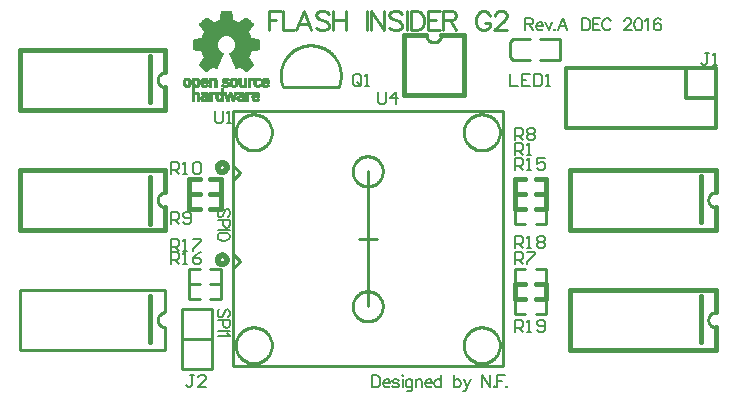
<source format=gto>
*%FSLAX25Y25*%
*%MOIN*%
G01*
%ADD11C,0.00100*%
%ADD12C,0.00700*%
%ADD13C,0.00733*%
%ADD14C,0.01000*%
%ADD15C,0.01200*%
%ADD16C,0.01500*%
%ADD17C,0.02000*%
%ADD18C,0.03000*%
%ADD19C,0.04000*%
%ADD20C,0.04800*%
%ADD21C,0.05000*%
%ADD22C,0.05800*%
%ADD23C,0.07000*%
%ADD24C,0.08000*%
%ADD25C,0.08800*%
%ADD26C,0.12000*%
%ADD27R,0.00967X0.00967*%
%ADD28R,0.01000X0.01000*%
%ADD29R,0.01386X0.01386*%
%ADD30R,0.01500X0.01500*%
%ADD31R,0.02000X0.02000*%
%ADD32R,0.02000X0.02000*%
%ADD33R,0.02500X0.02500*%
%ADD34R,0.02500X0.02500*%
%ADD35R,0.03000X0.03000*%
%ADD36R,0.03000X0.03000*%
%ADD37R,0.03500X0.03500*%
%ADD38R,0.03500X0.03500*%
%ADD39R,0.03800X0.03800*%
%ADD40R,0.04000X0.04000*%
%ADD41R,0.04000X0.04000*%
%ADD42R,0.04500X0.04500*%
%ADD43R,0.05000X0.05000*%
%ADD44R,0.05000X0.06000*%
%ADD45R,0.05000X0.05000*%
%ADD46R,0.05800X0.06800*%
%ADD47R,0.06000X0.05000*%
%ADD48R,0.06000X0.06000*%
%ADD49R,0.06800X0.05800*%
%ADD50R,0.08500X0.08500*%
%ADD51R,0.09000X0.09000*%
%ADD52R,0.10000X0.10000*%
D11*
X939900Y858400D02*
X943200D01*
Y858300D02*
X939900D01*
Y858200D02*
X943200D01*
Y858100D02*
X939900D01*
X939800Y858000D02*
X943300D01*
Y857900D02*
X939800D01*
Y857800D02*
X943300D01*
Y857700D02*
X939800D01*
Y857600D02*
X943300D01*
Y857500D02*
X939800D01*
X939700Y857400D02*
X943400D01*
Y857300D02*
X939700D01*
Y857200D02*
X943400D01*
Y857100D02*
X939700D01*
Y857000D02*
X943400D01*
Y856900D02*
X939700D01*
Y856800D02*
X943400D01*
X943500Y856700D02*
X939600D01*
Y856600D02*
X943500D01*
Y856500D02*
X939600D01*
Y856400D02*
X943500D01*
X943600Y856300D02*
X939500D01*
X935000Y856200D02*
X934600D01*
X939500D02*
X943600D01*
X948100D02*
X948500D01*
X935200Y856100D02*
X934500D01*
X939500D02*
X943600D01*
X947900D02*
X948600D01*
X935400Y856000D02*
X934400D01*
X939500D02*
X943600D01*
X947700D02*
X948700D01*
X935500Y855900D02*
X934300D01*
X939500D02*
X943600D01*
X947600D02*
X948800D01*
X935600Y855800D02*
X934200D01*
X939400D02*
X943700D01*
X947500D02*
X948900D01*
X935800Y855700D02*
X934100D01*
X939400D02*
X943700D01*
X947300D02*
X949000D01*
X935900Y855600D02*
X934000D01*
X939400D02*
X943700D01*
X947200D02*
X949100D01*
X936100Y855500D02*
X933900D01*
X939400D02*
X943700D01*
X947000D02*
X949200D01*
X936200Y855400D02*
X933800D01*
X939200D02*
X943900D01*
X946900D02*
X949300D01*
X936400Y855300D02*
X933700D01*
X939000D02*
X944100D01*
X946700D02*
X949400D01*
X936500Y855200D02*
X933600D01*
X938800D02*
X944300D01*
X946600D02*
X949500D01*
X936600Y855100D02*
X933500D01*
X938500D02*
X944600D01*
X946500D02*
X949600D01*
X936800Y855000D02*
X933400D01*
X938300D02*
X944800D01*
X946300D02*
X949700D01*
X936900Y854900D02*
X933300D01*
X938000D02*
X945100D01*
X946200D02*
X949800D01*
X937100Y854800D02*
X933200D01*
X937800D02*
X945300D01*
X946000D02*
X949900D01*
X937200Y854700D02*
X933100D01*
X937500D02*
X945600D01*
X945900D02*
X950000D01*
X950100Y854600D02*
X933000D01*
X932900Y854500D02*
X950200D01*
X950300Y854400D02*
X932800D01*
X932700Y854300D02*
X950400D01*
X950500Y854200D02*
X932600D01*
Y854100D02*
X950500D01*
Y854000D02*
X932600D01*
X932700Y853900D02*
X950400D01*
X950300Y853800D02*
X932800D01*
Y853700D02*
X950300D01*
X950200Y853600D02*
X932900D01*
X933000Y853500D02*
X950100D01*
Y853400D02*
X933000D01*
X933100Y853300D02*
X950000D01*
X949900Y853200D02*
X933200D01*
Y853100D02*
X949900D01*
X949800Y853000D02*
X933300D01*
X933400Y852900D02*
X949700D01*
Y852800D02*
X933400D01*
X933500Y852700D02*
X949600D01*
X949500Y852600D02*
X933600D01*
X933700Y852500D02*
X949400D01*
Y852400D02*
X933700D01*
X933800Y852300D02*
X949300D01*
X949200Y852100D02*
X933900D01*
X934000Y852000D02*
X949100D01*
X949000Y851900D02*
X934100D01*
Y851800D02*
X949000D01*
X948900Y851700D02*
X934200D01*
X934300Y851600D02*
X948800D01*
X948900Y851500D02*
X934200D01*
Y851400D02*
X948900D01*
X949000Y851300D02*
X934100D01*
Y851200D02*
X949000D01*
X949100Y851100D02*
X934000D01*
Y851000D02*
X949100D01*
Y850900D02*
X934000D01*
X933900Y850800D02*
X949200D01*
Y850700D02*
X933900D01*
X933800Y850600D02*
X949300D01*
Y850500D02*
X933800D01*
Y850400D02*
X949300D01*
X941100Y850300D02*
X933700D01*
X942000D02*
X949400D01*
X940700Y850200D02*
X933700D01*
X942400D02*
X949400D01*
X940400Y850100D02*
X933600D01*
X942700D02*
X949500D01*
X940200Y850000D02*
X933600D01*
X942900D02*
X949500D01*
X939900Y849900D02*
X933500D01*
X943200D02*
X949600D01*
X939800Y849800D02*
X933500D01*
X943300D02*
X949600D01*
X939700Y849700D02*
X933400D01*
X943400D02*
X949700D01*
X939600Y849600D02*
X933400D01*
X943500D02*
X949700D01*
X939500Y849500D02*
X933300D01*
X943600D02*
X949800D01*
X939300Y849400D02*
X932800D01*
X943800D02*
X950300D01*
X939300Y849300D02*
X932200D01*
X943800D02*
X950900D01*
X939200Y849200D02*
X931700D01*
X943900D02*
X951400D01*
X939100Y849100D02*
X931200D01*
X944000D02*
X951900D01*
X939000Y849000D02*
X930800D01*
X944100D02*
X952300D01*
X939000Y848900D02*
X930400D01*
X944100D02*
X952700D01*
X938900Y848800D02*
X930400D01*
X944200D02*
X952700D01*
X938900Y848700D02*
X930400D01*
X944200D02*
X952700D01*
X938800Y848600D02*
X930400D01*
X944300D02*
X952700D01*
X938800Y848500D02*
X930400D01*
X944300D02*
X952700D01*
X938700Y848400D02*
X930400D01*
X944400D02*
X952700D01*
X938700Y848300D02*
X930400D01*
X944400D02*
X952700D01*
X938700Y848200D02*
X930400D01*
X944400D02*
X952700D01*
X938600Y848100D02*
X930400D01*
X944500D02*
X952700D01*
X938600Y848000D02*
X930400D01*
X944500D02*
X952700D01*
X938600Y847900D02*
X930400D01*
X944500D02*
X952700D01*
X938600Y847800D02*
X930400D01*
X944500D02*
X952700D01*
X938600Y847700D02*
X930400D01*
X944500D02*
X952700D01*
X938600Y847600D02*
X930400D01*
X944500D02*
X952700D01*
X938600Y847500D02*
X930400D01*
X944500D02*
X952700D01*
X938600Y847400D02*
X930400D01*
X944500D02*
X952700D01*
X938600Y847300D02*
X930400D01*
X944500D02*
X952700D01*
X938600Y847200D02*
X930400D01*
X944500D02*
X952700D01*
X938600Y847100D02*
X930400D01*
X944500D02*
X952700D01*
X938600Y847000D02*
X930400D01*
X944500D02*
X952700D01*
X938600Y846900D02*
X930400D01*
X944500D02*
X952700D01*
X938600Y846800D02*
X930400D01*
X944500D02*
X952700D01*
X938600Y846700D02*
X930400D01*
X944500D02*
X952700D01*
X938600Y846600D02*
X930400D01*
X944500D02*
X952700D01*
X938600Y846500D02*
X930400D01*
X944500D02*
X952700D01*
X938700Y846400D02*
X930400D01*
X944400D02*
X952700D01*
X938700Y846300D02*
X930400D01*
X944400D02*
X952700D01*
X938700Y846200D02*
X930400D01*
X944400D02*
X952700D01*
X938800Y846100D02*
X930400D01*
X944300D02*
X952700D01*
X938900Y846000D02*
X930400D01*
X944200D02*
X952700D01*
X938900Y845900D02*
X930400D01*
X944200D02*
X952700D01*
X939000Y845800D02*
X930500D01*
X944100D02*
X952600D01*
X939000Y845700D02*
X930800D01*
X944100D02*
X952300D01*
X939100Y845600D02*
X931300D01*
X944000D02*
X951800D01*
X939100Y845500D02*
X931700D01*
X944000D02*
X951400D01*
X939200Y845400D02*
X932200D01*
X943900D02*
X950900D01*
X939300Y845300D02*
X932800D01*
X943800D02*
X950300D01*
X939400Y845200D02*
X933300D01*
X943700D02*
X949800D01*
X939500Y845100D02*
X933300D01*
X943600D02*
X949800D01*
X939600Y845000D02*
X933400D01*
X943500D02*
X949700D01*
X939800Y844900D02*
X933400D01*
X943300D02*
X949700D01*
X939900Y844800D02*
X933400D01*
X943200D02*
X949700D01*
X940000Y844700D02*
X933500D01*
X943100D02*
X949600D01*
X940200Y844600D02*
X933500D01*
X942900D02*
X949600D01*
X940400Y844500D02*
X933600D01*
X942700D02*
X949500D01*
X940400Y844400D02*
X933600D01*
X942700D02*
X949500D01*
X940400Y844300D02*
X933700D01*
X942700D02*
X949400D01*
X940400Y844200D02*
X933700D01*
X942700D02*
X949400D01*
X940400Y844100D02*
X933800D01*
X942700D02*
X949300D01*
X940300Y844000D02*
X933800D01*
X942800D02*
X949300D01*
X940300Y843900D02*
X933800D01*
X942800D02*
X949300D01*
X940200Y843800D02*
X933900D01*
X942900D02*
X949200D01*
X940200Y843700D02*
X933900D01*
X942900D02*
X949200D01*
X940200Y843600D02*
X933900D01*
X942900D02*
X949200D01*
X940100Y843500D02*
X934000D01*
X943000D02*
X949100D01*
X940100Y843400D02*
X934000D01*
X943000D02*
X949100D01*
X940000Y843300D02*
X934100D01*
X943100D02*
X949000D01*
X940000Y843200D02*
X934100D01*
X943100D02*
X949000D01*
X939900Y843100D02*
X934100D01*
X943200D02*
X949000D01*
X939900Y843000D02*
X934200D01*
X943200D02*
X948900D01*
X939800Y842900D02*
X934100D01*
X943300D02*
X949000D01*
X939800Y842800D02*
X934100D01*
X943300D02*
X949000D01*
X939800Y842700D02*
X934000D01*
X943300D02*
X949100D01*
X939700Y842600D02*
X933900D01*
X943400D02*
X949200D01*
X939700Y842500D02*
X933900D01*
X943400D02*
X949200D01*
X939600Y842400D02*
X933800D01*
X943500D02*
X949300D01*
X939600Y842300D02*
X933700D01*
X943500D02*
X949400D01*
X939600Y842200D02*
X933600D01*
X943500D02*
X949500D01*
X939500Y842100D02*
X933600D01*
X943600D02*
X949500D01*
X939500Y842000D02*
X933500D01*
X943600D02*
X949600D01*
X939400Y841900D02*
X933400D01*
X943700D02*
X949700D01*
X939400Y841800D02*
X933400D01*
X943700D02*
X949700D01*
X939300Y841700D02*
X933300D01*
X943800D02*
X949800D01*
X939300Y841600D02*
X933200D01*
X943800D02*
X949900D01*
X939300Y841500D02*
X933200D01*
X943800D02*
X949900D01*
X939200Y841400D02*
X933100D01*
X943900D02*
X950000D01*
X939200Y841300D02*
X933000D01*
X943900D02*
X950100D01*
X939200Y841200D02*
X933000D01*
X943900D02*
X950100D01*
X939100Y841100D02*
X932900D01*
X944000D02*
X950200D01*
X939100Y841000D02*
X932800D01*
X944000D02*
X950300D01*
X939000Y840900D02*
X932800D01*
X944100D02*
X950300D01*
X939000Y840800D02*
X932700D01*
X944100D02*
X950400D01*
X938900Y840700D02*
X932600D01*
X944200D02*
X950500D01*
X938900Y840600D02*
X932600D01*
X944200D02*
X950500D01*
X938900Y840500D02*
X932600D01*
X944200D02*
X950500D01*
X938800Y840400D02*
X932700D01*
X944300D02*
X950400D01*
X938800Y840300D02*
X932800D01*
X944300D02*
X950300D01*
X938700Y840200D02*
X932900D01*
X944400D02*
X950200D01*
X938700Y840100D02*
X933000D01*
X944400D02*
X950100D01*
X938600Y840000D02*
X933100D01*
X944500D02*
X950000D01*
X937100Y839900D02*
X933200D01*
X937200D02*
X938600D01*
X944500D02*
X945900D01*
X946000D02*
X949900D01*
X936900Y839800D02*
X933300D01*
X937400D02*
X938600D01*
X944500D02*
X945700D01*
X946200D02*
X949800D01*
X936800Y839700D02*
X933400D01*
X937700D02*
X938500D01*
X944600D02*
X945400D01*
X946300D02*
X949700D01*
X936600Y839600D02*
X933500D01*
X937800D02*
X938500D01*
X944600D02*
X945300D01*
X946500D02*
X949600D01*
X936500Y839500D02*
X933600D01*
X938000D02*
X938400D01*
X944700D02*
X945100D01*
X946600D02*
X949500D01*
X936300Y839400D02*
X933700D01*
X938200D02*
X938300D01*
X944800D02*
X944900D01*
X946800D02*
X949400D01*
X936200Y839300D02*
X933800D01*
X946900D02*
X949300D01*
X936000Y839200D02*
X933900D01*
X947100D02*
X949200D01*
X935900Y839100D02*
X934000D01*
X947200D02*
X949100D01*
X935800Y839000D02*
X934100D01*
X947300D02*
X949000D01*
X935600Y838900D02*
X934200D01*
X947500D02*
X948900D01*
X935500Y838800D02*
X934300D01*
X947600D02*
X948800D01*
X935300Y838700D02*
X934400D01*
X947800D02*
X948700D01*
X935200Y838600D02*
X934500D01*
X947900D02*
X948600D01*
X935000Y838500D02*
X934600D01*
X948100D02*
X948500D01*
X929000Y836200D02*
X928000D01*
X930200D02*
X930900D01*
X931200D02*
X932100D01*
X933800D02*
X934700D01*
X935900D02*
X936700D01*
X936900D02*
X937800D01*
X940800D02*
X941900D01*
X943600D02*
X944600D01*
X945700D02*
X946500D01*
X947500D02*
X948300D01*
X948800D02*
X949500D01*
X949800D02*
X950600D01*
X951600D02*
X952600D01*
X954100D02*
X955000D01*
X929200Y836100D02*
X927800D01*
X930200D02*
X930900D01*
X931000D02*
X932200D01*
X933600D02*
X934900D01*
X935900D02*
X936700D01*
X936800D02*
X937900D01*
X940600D02*
X942100D01*
X943400D02*
X944800D01*
X945700D02*
X946500D01*
X947500D02*
X948300D01*
X948800D02*
X949500D01*
X949600D02*
X950900D01*
X951400D02*
X952800D01*
X953900D02*
X955200D01*
X929300Y836000D02*
X927700D01*
X930200D02*
X932300D01*
X933500D02*
X935100D01*
X935900D02*
X938100D01*
X940400D02*
X942300D01*
X943300D02*
X944900D01*
X945700D02*
X946500D01*
X947500D02*
X948300D01*
X948800D02*
X950900D01*
X951300D02*
X953000D01*
X953800D02*
X955400D01*
X929400Y835900D02*
X927600D01*
X930200D02*
X932400D01*
X933400D02*
X935200D01*
X935900D02*
X938200D01*
X940300D02*
X942500D01*
X943200D02*
X945000D01*
X945700D02*
X946500D01*
X947500D02*
X948300D01*
X948800D02*
X950900D01*
X951200D02*
X953100D01*
X953700D02*
X955500D01*
X929500Y835800D02*
X927500D01*
X930200D02*
X932500D01*
X933300D02*
X935300D01*
X935900D02*
X938300D01*
X940300D02*
X942500D01*
X943100D02*
X945100D01*
X945700D02*
X946500D01*
X947500D02*
X948300D01*
X948800D02*
X950800D01*
X951100D02*
X953200D01*
X953600D02*
X955600D01*
X929600Y835700D02*
X927400D01*
X930200D02*
X932600D01*
X933200D02*
X935300D01*
X935900D02*
X938300D01*
X940200D02*
X942500D01*
X943000D02*
X945200D01*
X945700D02*
X946500D01*
X947500D02*
X948300D01*
X948800D02*
X950700D01*
X951000D02*
X953300D01*
X953500D02*
X955700D01*
X929700Y835600D02*
X927400D01*
X930200D02*
X932600D01*
X933200D02*
X935400D01*
X935900D02*
X938400D01*
X940100D02*
X942400D01*
X942900D02*
X945200D01*
X945700D02*
X946500D01*
X947500D02*
X948300D01*
X948800D02*
X950600D01*
X950900D02*
X953300D01*
X953500D02*
X955700D01*
X928400Y835500D02*
X927300D01*
X928700D02*
X929700D01*
X930200D02*
X931200D01*
X931700D02*
X932700D01*
X933100D02*
X934000D01*
X934500D02*
X935500D01*
X935900D02*
X937000D01*
X937400D02*
X938400D01*
X940100D02*
X941000D01*
X941700D02*
X942300D01*
X942900D02*
X943900D01*
X944200D02*
X945300D01*
X945700D02*
X946500D01*
X947500D02*
X948300D01*
X948800D02*
X949800D01*
X950200D02*
X950600D01*
X950900D02*
X951900D01*
X952400D02*
X953100D01*
X953400D02*
X954300D01*
X954800D02*
X955800D01*
X928200Y835400D02*
X927300D01*
X928900D02*
X929700D01*
X930200D02*
X931100D01*
X931800D02*
X932700D01*
X933100D02*
X933900D01*
X934600D02*
X935500D01*
X935900D02*
X936800D01*
X937500D02*
X938400D01*
X940100D02*
X940900D01*
X941900D02*
X942200D01*
X942800D02*
X943700D01*
X944400D02*
X945300D01*
X945700D02*
X946500D01*
X947500D02*
X948300D01*
X948800D02*
X949700D01*
X950800D02*
X951700D01*
X952500D02*
X953000D01*
X953400D02*
X954200D01*
X955000D02*
X955800D01*
X928100Y835300D02*
X927300D01*
X929000D02*
X929800D01*
X930200D02*
X931000D01*
X931900D02*
X932700D01*
X933000D02*
X933800D01*
X934700D02*
X935500D01*
X935900D02*
X936800D01*
X937600D02*
X938500D01*
X940100D02*
X940900D01*
X942000D02*
X942100D01*
X942800D02*
X943700D01*
X944500D02*
X945300D01*
X945700D02*
X946500D01*
X947500D02*
X948300D01*
X948800D02*
X949600D01*
X950800D02*
X951600D01*
X952600D02*
X952900D01*
X953400D02*
X954100D01*
X955000D02*
X955800D01*
X928000Y835200D02*
X927300D01*
X929000D02*
X929800D01*
X930200D02*
X931000D01*
X931900D02*
X932700D01*
X933000D02*
X933800D01*
X934800D02*
X935600D01*
X935900D02*
X936700D01*
X937600D02*
X938500D01*
X940100D02*
X940900D01*
X942800D02*
X943600D01*
X944600D02*
X945400D01*
X945700D02*
X946500D01*
X947500D02*
X948300D01*
X948800D02*
X949600D01*
X950800D02*
X951600D01*
X953300D02*
X954100D01*
X955100D02*
X955800D01*
X928000Y835100D02*
X927300D01*
X929000D02*
X929800D01*
X930200D02*
X931000D01*
X931900D02*
X932700D01*
X933000D02*
X933700D01*
X934800D02*
X935600D01*
X935900D02*
X936700D01*
X937700D02*
X938500D01*
X940100D02*
X941100D01*
X942800D02*
X943600D01*
X944600D02*
X945400D01*
X945700D02*
X946500D01*
X947500D02*
X948300D01*
X948800D02*
X949600D01*
X950700D02*
X951500D01*
X953300D02*
X954100D01*
X955100D02*
X955800D01*
X928000Y835000D02*
X927300D01*
X929000D02*
X929800D01*
X930200D02*
X930900D01*
X932000D02*
X932700D01*
X933000D02*
X935600D01*
X935900D02*
X936700D01*
X937700D02*
X938500D01*
X940200D02*
X941900D01*
X942800D02*
X943600D01*
X944600D02*
X945400D01*
X945700D02*
X946500D01*
X947500D02*
X948300D01*
X948800D02*
X949500D01*
X950700D02*
X951500D01*
X953300D02*
X955800D01*
X928000Y834900D02*
X927300D01*
X929000D02*
X929800D01*
X930200D02*
X930900D01*
X932000D02*
X932700D01*
X933000D02*
X935600D01*
X935900D02*
X936700D01*
X937700D02*
X938500D01*
X940200D02*
X942200D01*
X942800D02*
X943600D01*
X944600D02*
X945400D01*
X945700D02*
X946500D01*
X947500D02*
X948300D01*
X948800D02*
X949500D01*
X950700D02*
X951500D01*
X953300D02*
X955800D01*
X928000Y834800D02*
X927300D01*
X929000D02*
X929800D01*
X930200D02*
X930900D01*
X932000D02*
X932700D01*
X933000D02*
X935600D01*
X935900D02*
X936700D01*
X937700D02*
X938500D01*
X940300D02*
X942300D01*
X942800D02*
X943500D01*
X944600D02*
X945400D01*
X945700D02*
X946500D01*
X947500D02*
X948300D01*
X948800D02*
X949500D01*
X950700D02*
X951500D01*
X953300D02*
X955800D01*
X928000Y834700D02*
X927300D01*
X929100D02*
X929800D01*
X930200D02*
X930900D01*
X932000D02*
X932700D01*
X933000D02*
X935600D01*
X935900D02*
X936700D01*
X937700D02*
X938500D01*
X940300D02*
X942400D01*
X942800D02*
X943500D01*
X944600D02*
X945400D01*
X945700D02*
X946500D01*
X947500D02*
X948300D01*
X948800D02*
X949500D01*
X950700D02*
X951500D01*
X953300D02*
X955800D01*
X928000Y834600D02*
X927300D01*
X929000D02*
X929800D01*
X930200D02*
X930900D01*
X932000D02*
X932700D01*
X933000D02*
X935600D01*
X935900D02*
X936700D01*
X937700D02*
X938500D01*
X940400D02*
X942500D01*
X942800D02*
X943500D01*
X944600D02*
X945400D01*
X945700D02*
X946500D01*
X947500D02*
X948300D01*
X948800D02*
X949500D01*
X950700D02*
X951500D01*
X953300D02*
X955800D01*
X928000Y834500D02*
X927300D01*
X929000D02*
X929800D01*
X930200D02*
X930900D01*
X932000D02*
X932700D01*
X933000D02*
X935600D01*
X935900D02*
X936700D01*
X937700D02*
X938500D01*
X940600D02*
X942500D01*
X942800D02*
X943500D01*
X944600D02*
X945400D01*
X945700D02*
X946500D01*
X947500D02*
X948300D01*
X948800D02*
X949500D01*
X950700D02*
X951500D01*
X953300D02*
X955800D01*
X928000Y834400D02*
X927300D01*
X929000D02*
X929800D01*
X930200D02*
X930900D01*
X932000D02*
X932700D01*
X933000D02*
X935600D01*
X935900D02*
X936700D01*
X937700D02*
X938500D01*
X940800D02*
X942600D01*
X942800D02*
X943600D01*
X944600D02*
X945400D01*
X945700D02*
X946500D01*
X947500D02*
X948300D01*
X948800D02*
X949500D01*
X950700D02*
X951500D01*
X953300D02*
X955800D01*
X928000Y834300D02*
X927300D01*
X929000D02*
X929800D01*
X930200D02*
X930900D01*
X931900D02*
X932700D01*
X933000D02*
X933700D01*
X935900D02*
X936700D01*
X937700D02*
X938500D01*
X941700D02*
X942600D01*
X942800D02*
X943600D01*
X944600D02*
X945400D01*
X945700D02*
X946500D01*
X947500D02*
X948300D01*
X948800D02*
X949500D01*
X950700D02*
X951500D01*
X953300D02*
X954100D01*
X928000Y834200D02*
X927300D01*
X929000D02*
X929800D01*
X930200D02*
X931000D01*
X931900D02*
X932700D01*
X933000D02*
X933800D01*
X935900D02*
X936700D01*
X937700D02*
X938500D01*
X941800D02*
X942600D01*
X942800D02*
X943600D01*
X944600D02*
X945400D01*
X945700D02*
X946500D01*
X947500D02*
X948300D01*
X948800D02*
X949500D01*
X950700D02*
X951600D01*
X953300D02*
X954100D01*
X928100Y834100D02*
X927300D01*
X929000D02*
X929800D01*
X930200D02*
X931000D01*
X931900D02*
X932700D01*
X933000D02*
X933800D01*
X935900D02*
X936700D01*
X937700D02*
X938500D01*
X940300D02*
X940500D01*
X941800D02*
X942600D01*
X942800D02*
X943600D01*
X944500D02*
X945300D01*
X945700D02*
X946600D01*
X947500D02*
X948300D01*
X948800D02*
X949500D01*
X950800D02*
X951600D01*
X952700D02*
X952800D01*
X953400D02*
X954100D01*
X928100Y834000D02*
X927300D01*
X928900D02*
X929700D01*
X930200D02*
X931100D01*
X931800D02*
X932700D01*
X933100D02*
X933900D01*
X934900D02*
X935100D01*
X935900D02*
X936700D01*
X937700D02*
X938500D01*
X940200D02*
X940600D01*
X941800D02*
X942600D01*
X942800D02*
X943700D01*
X944500D02*
X945300D01*
X945700D02*
X946600D01*
X947400D02*
X948300D01*
X948800D02*
X949500D01*
X950800D02*
X951700D01*
X952600D02*
X952900D01*
X953400D02*
X954200D01*
X955200D02*
X955400D01*
X928300Y833900D02*
X927300D01*
X928800D02*
X929700D01*
X930200D02*
X931200D01*
X931700D02*
X932700D01*
X933100D02*
X934000D01*
X934700D02*
X935200D01*
X935900D02*
X936700D01*
X937700D02*
X938500D01*
X940100D02*
X940800D01*
X941700D02*
X942600D01*
X942900D02*
X943800D01*
X944300D02*
X945300D01*
X945800D02*
X946800D01*
X947300D02*
X948300D01*
X948800D02*
X949500D01*
X950800D02*
X951800D01*
X952400D02*
X953000D01*
X953400D02*
X954300D01*
X955000D02*
X955500D01*
X929700Y833800D02*
X927300D01*
X930200D02*
X932700D01*
X933100D02*
X935400D01*
X935900D02*
X936700D01*
X937700D02*
X938500D01*
X939900D02*
X942600D01*
X942900D02*
X945200D01*
X945800D02*
X948300D01*
X948800D02*
X949500D01*
X950900D02*
X953200D01*
X953400D02*
X955700D01*
X929700Y833700D02*
X927400D01*
X930200D02*
X932600D01*
X933200D02*
X935500D01*
X935900D02*
X936700D01*
X937700D02*
X938500D01*
X939900D02*
X942500D01*
X943000D02*
X945200D01*
X945800D02*
X948300D01*
X948800D02*
X949500D01*
X951000D02*
X953300D01*
X953500D02*
X955800D01*
X929600Y833600D02*
X927500D01*
X930200D02*
X932600D01*
X933200D02*
X935500D01*
X935900D02*
X936700D01*
X937700D02*
X938500D01*
X939900D02*
X942500D01*
X943000D02*
X945100D01*
X945900D02*
X948300D01*
X948800D02*
X949500D01*
X951000D02*
X953300D01*
X953500D02*
X955800D01*
X929500Y833500D02*
X927500D01*
X930200D02*
X932500D01*
X933300D02*
X935400D01*
X935900D02*
X936700D01*
X937700D02*
X938500D01*
X940100D02*
X942400D01*
X943100D02*
X945100D01*
X946000D02*
X948300D01*
X948800D02*
X949500D01*
X951100D02*
X953100D01*
X953600D02*
X955800D01*
X929400Y833400D02*
X927600D01*
X930200D02*
X932400D01*
X933400D02*
X935300D01*
X935900D02*
X936700D01*
X937700D02*
X938500D01*
X940200D02*
X942300D01*
X943200D02*
X945000D01*
X946100D02*
X948300D01*
X948800D02*
X949500D01*
X951200D02*
X953000D01*
X953700D02*
X955600D01*
X929300Y833300D02*
X927800D01*
X930200D02*
X930900D01*
X931000D02*
X932300D01*
X933500D02*
X935200D01*
X935900D02*
X936700D01*
X937700D02*
X938500D01*
X940400D02*
X942200D01*
X943300D02*
X944800D01*
X946200D02*
X948300D01*
X948800D02*
X949500D01*
X951300D02*
X952900D01*
X953800D02*
X955500D01*
X929100Y833200D02*
X927900D01*
X930200D02*
X930900D01*
X931100D02*
X932100D01*
X933700D02*
X935000D01*
X935900D02*
X936700D01*
X937700D02*
X938500D01*
X940600D02*
X942000D01*
X943500D02*
X944700D01*
X946300D02*
X947300D01*
X947500D02*
X948300D01*
X948800D02*
X949500D01*
X951500D02*
X952700D01*
X954000D02*
X955300D01*
X928700Y833100D02*
X928400D01*
X930200D02*
X930900D01*
X931500D02*
X931800D01*
X934100D02*
X934500D01*
X941100D02*
X941400D01*
X943900D02*
X944200D01*
X946700D02*
X947000D01*
X952000D02*
X952300D01*
X954400D02*
X954800D01*
X930900Y833000D02*
X930200D01*
Y832900D02*
X930900D01*
Y832800D02*
X930200D01*
Y832700D02*
X930900D01*
X939800D02*
X940600D01*
X930900Y832600D02*
X930200D01*
X939800D02*
X940600D01*
X930900Y832500D02*
X930200D01*
X939800D02*
X940600D01*
X930900Y832400D02*
X930200D01*
X939800D02*
X940600D01*
X930900Y832300D02*
X930200D01*
X939800D02*
X940600D01*
X930900Y832200D02*
X930200D01*
X939800D02*
X940600D01*
X930900Y832100D02*
X930200D01*
X939800D02*
X940600D01*
X930900Y832000D02*
X930200D01*
X939800D02*
X940600D01*
X930900Y831900D02*
X930200D01*
X939800D02*
X940600D01*
X930900Y831800D02*
X930200D01*
X939800D02*
X940600D01*
X930900Y831700D02*
X930200D01*
X939800D02*
X940600D01*
X930900Y831600D02*
X930200D01*
X939800D02*
X940600D01*
X930900Y831500D02*
X930200D01*
X931200D02*
X932000D01*
X933700D02*
X934800D01*
X936000D02*
X936800D01*
X937100D02*
X937900D01*
X938700D02*
X939500D01*
X939800D02*
X940600D01*
X940700D02*
X941500D01*
X942600D02*
X943200D01*
X944300D02*
X945100D01*
X945700D02*
X946800D01*
X948000D02*
X948800D01*
X949100D02*
X949900D01*
X950900D02*
X951800D01*
X930900Y831400D02*
X930200D01*
X931000D02*
X932200D01*
X933500D02*
X935100D01*
X936000D02*
X936800D01*
X936900D02*
X938100D01*
X938500D02*
X939700D01*
X939800D02*
X940600D01*
X940800D02*
X941600D01*
X942600D02*
X943200D01*
X944300D02*
X945100D01*
X945500D02*
X947100D01*
X948000D02*
X948800D01*
X948900D02*
X950100D01*
X950700D02*
X952000D01*
X932300Y831300D02*
X930200D01*
X933300D02*
X935200D01*
X936000D02*
X938200D01*
X938400D02*
X940600D01*
X940800D02*
X941600D01*
X942600D02*
X943300D01*
X944200D02*
X945100D01*
X945300D02*
X947200D01*
X948000D02*
X950200D01*
X950600D02*
X952200D01*
X932500Y831200D02*
X930200D01*
X933200D02*
X935300D01*
X936000D02*
X938200D01*
X938300D02*
X940600D01*
X940800D02*
X941600D01*
X942500D02*
X943300D01*
X944200D02*
X945000D01*
X945200D02*
X947300D01*
X948000D02*
X950200D01*
X950500D02*
X952300D01*
X932500Y831100D02*
X930200D01*
X933200D02*
X935400D01*
X936000D02*
X938100D01*
X938200D02*
X940600D01*
X940900D02*
X941600D01*
X942500D02*
X943400D01*
X944200D02*
X945000D01*
X945100D02*
X947400D01*
X948000D02*
X950100D01*
X950400D02*
X952400D01*
X932600Y831000D02*
X930200D01*
X933200D02*
X935400D01*
X936000D02*
X938000D01*
X938200D02*
X940600D01*
X940900D02*
X941600D01*
X942500D02*
X943400D01*
X944200D02*
X945000D01*
X945200D02*
X947500D01*
X948000D02*
X950000D01*
X950300D02*
X952400D01*
X932600Y830900D02*
X930200D01*
X933300D02*
X935500D01*
X936000D02*
X937900D01*
X938100D02*
X940600D01*
X940900D02*
X941700D01*
X942400D02*
X943400D01*
X944100D02*
X944900D01*
X945300D02*
X947500D01*
X948000D02*
X949900D01*
X950300D02*
X952500D01*
X931400Y830800D02*
X930200D01*
X931500D02*
X932700D01*
X933400D02*
X933900D01*
X934600D02*
X935500D01*
X936000D02*
X937200D01*
X937300D02*
X937800D01*
X938100D02*
X939200D01*
X939400D02*
X940600D01*
X940900D02*
X941700D01*
X942400D02*
X943400D01*
X944100D02*
X944900D01*
X945400D02*
X945900D01*
X946600D02*
X947500D01*
X948000D02*
X949200D01*
X949300D02*
X949800D01*
X950200D02*
X951100D01*
X951600D02*
X952600D01*
X931100Y830700D02*
X930200D01*
X931800D02*
X932700D01*
X933500D02*
X933800D01*
X934700D02*
X935500D01*
X936000D02*
X936900D01*
X938100D02*
X939000D01*
X939700D02*
X940600D01*
X941000D02*
X941700D01*
X942300D02*
X943400D01*
X944100D02*
X944900D01*
X945600D02*
X945800D01*
X946800D02*
X947500D01*
X948000D02*
X949000D01*
X950100D02*
X951000D01*
X951700D02*
X952600D01*
X931000Y830600D02*
X930200D01*
X931900D02*
X932700D01*
X934800D02*
X935500D01*
X936000D02*
X936900D01*
X938100D02*
X938900D01*
X939700D02*
X940600D01*
X941000D02*
X941800D01*
X942300D02*
X943500D01*
X944100D02*
X944800D01*
X946800D02*
X947500D01*
X948000D02*
X948900D01*
X950100D02*
X950900D01*
X951800D02*
X952600D01*
X931000Y830500D02*
X930200D01*
X931900D02*
X932700D01*
X934800D02*
X935500D01*
X936000D02*
X936800D01*
X938100D02*
X938900D01*
X939700D02*
X940600D01*
X941000D02*
X941800D01*
X942300D02*
X943500D01*
X944000D02*
X944800D01*
X946800D02*
X947500D01*
X948000D02*
X948800D01*
X950100D02*
X950900D01*
X951800D02*
X952700D01*
X930900Y830400D02*
X930200D01*
X932000D02*
X932700D01*
X934800D02*
X935500D01*
X936000D02*
X936800D01*
X938000D02*
X938800D01*
X939800D02*
X940600D01*
X941100D02*
X941800D01*
X942300D02*
X943600D01*
X944000D02*
X944800D01*
X946800D02*
X947500D01*
X948000D02*
X948800D01*
X950100D02*
X950800D01*
X951900D02*
X952700D01*
X930900Y830300D02*
X930200D01*
X932000D02*
X932700D01*
X933700D02*
X935500D01*
X936000D02*
X936800D01*
X938000D02*
X938800D01*
X939800D02*
X940600D01*
X941100D02*
X941800D01*
X942200D02*
X943600D01*
X944000D02*
X944700D01*
X945800D02*
X947500D01*
X948000D02*
X948800D01*
X950100D02*
X952700D01*
X930900Y830200D02*
X930200D01*
X932000D02*
X932700D01*
X933500D02*
X935500D01*
X936000D02*
X936800D01*
X938000D02*
X938800D01*
X939800D02*
X940600D01*
X941100D02*
X941900D01*
X942200D02*
X943600D01*
X943900D02*
X944700D01*
X945500D02*
X947500D01*
X948000D02*
X948800D01*
X950000D02*
X952700D01*
X930900Y830100D02*
X930200D01*
X932000D02*
X932700D01*
X933300D02*
X935500D01*
X936000D02*
X936800D01*
X938000D02*
X938800D01*
X939800D02*
X940600D01*
X941100D02*
X941900D01*
X942200D02*
X942800D01*
X943000D02*
X943700D01*
X943900D02*
X944700D01*
X945300D02*
X947500D01*
X948000D02*
X948800D01*
X950000D02*
X952700D01*
X930900Y830000D02*
X930200D01*
X932000D02*
X932700D01*
X933200D02*
X935500D01*
X936000D02*
X936800D01*
X938000D02*
X938800D01*
X939800D02*
X940600D01*
X941200D02*
X941900D01*
X942100D02*
X942800D01*
X943000D02*
X943700D01*
X943900D02*
X944600D01*
X945200D02*
X947500D01*
X948000D02*
X948800D01*
X950000D02*
X952700D01*
X930900Y829900D02*
X930200D01*
X932000D02*
X932700D01*
X933200D02*
X935500D01*
X936000D02*
X936800D01*
X938000D02*
X938800D01*
X939800D02*
X940600D01*
X941200D02*
X942000D01*
X942100D02*
X942800D01*
X943000D02*
X943700D01*
X943900D02*
X944600D01*
X945200D02*
X947500D01*
X948000D02*
X948800D01*
X950000D02*
X952700D01*
X930900Y829800D02*
X930200D01*
X932000D02*
X932700D01*
X933100D02*
X935500D01*
X936000D02*
X936800D01*
X938000D02*
X938800D01*
X939800D02*
X940600D01*
X941200D02*
X942000D01*
X942100D02*
X942800D01*
X943100D02*
X943800D01*
X943900D02*
X944600D01*
X945100D02*
X947500D01*
X948000D02*
X948800D01*
X950000D02*
X952700D01*
X930900Y829700D02*
X930200D01*
X932000D02*
X932700D01*
X933000D02*
X935500D01*
X936000D02*
X936800D01*
X938000D02*
X938800D01*
X939800D02*
X940600D01*
X941300D02*
X942000D01*
X942100D02*
X942700D01*
X943100D02*
X944500D01*
X945000D02*
X947500D01*
X948000D02*
X948800D01*
X950000D02*
X952700D01*
X930900Y829600D02*
X930200D01*
X932000D02*
X932700D01*
X933000D02*
X933800D01*
X934800D02*
X935500D01*
X936000D02*
X936800D01*
X938000D02*
X938800D01*
X939800D02*
X940600D01*
X941300D02*
X942700D01*
X943100D02*
X944500D01*
X945000D02*
X945800D01*
X946800D02*
X947500D01*
X948000D02*
X948800D01*
X950100D02*
X950800D01*
X930900Y829500D02*
X930200D01*
X932000D02*
X932700D01*
X933000D02*
X933700D01*
X934800D02*
X935500D01*
X936000D02*
X936800D01*
X938100D02*
X938800D01*
X939800D02*
X940600D01*
X941400D02*
X942700D01*
X943200D02*
X944500D01*
X945000D02*
X945700D01*
X946800D02*
X947500D01*
X948000D02*
X948800D01*
X950100D02*
X950900D01*
X930900Y829400D02*
X930200D01*
X932000D02*
X932700D01*
X933000D02*
X933700D01*
X934700D02*
X935500D01*
X936000D02*
X936800D01*
X938100D02*
X938900D01*
X939700D02*
X940600D01*
X941400D02*
X942700D01*
X943200D02*
X944500D01*
X945000D02*
X945700D01*
X946800D02*
X947500D01*
X948000D02*
X948800D01*
X950100D02*
X950900D01*
X930900Y829300D02*
X930200D01*
X932000D02*
X932700D01*
X933000D02*
X933700D01*
X934700D02*
X935500D01*
X936000D02*
X936800D01*
X938100D02*
X938900D01*
X939700D02*
X940600D01*
X941400D02*
X942600D01*
X943200D02*
X944400D01*
X945000D02*
X945700D01*
X946800D02*
X947500D01*
X948000D02*
X948800D01*
X950100D02*
X950900D01*
X951900D02*
X952200D01*
X930900Y829200D02*
X930200D01*
X932000D02*
X932700D01*
X933000D02*
X933800D01*
X934700D02*
X935500D01*
X936000D02*
X936800D01*
X938100D02*
X939000D01*
X939600D02*
X940600D01*
X941500D02*
X942600D01*
X943300D02*
X944400D01*
X945000D02*
X945800D01*
X946700D02*
X947500D01*
X948000D02*
X948800D01*
X950200D02*
X951000D01*
X951800D02*
X952300D01*
X930900Y829100D02*
X930200D01*
X932000D02*
X932700D01*
X933000D02*
X935500D01*
X936000D02*
X936800D01*
X938100D02*
X940600D01*
X941500D02*
X942600D01*
X943300D02*
X944400D01*
X945000D02*
X947500D01*
X948000D02*
X948800D01*
X950200D02*
X952400D01*
X930900Y829000D02*
X930200D01*
X932000D02*
X932700D01*
X933100D02*
X935500D01*
X936000D02*
X936800D01*
X938100D02*
X940600D01*
X941500D02*
X942500D01*
X943300D02*
X944300D01*
X945000D02*
X947500D01*
X948000D02*
X948800D01*
X950300D02*
X952600D01*
X930900Y828900D02*
X930200D01*
X932000D02*
X932700D01*
X933100D02*
X935500D01*
X936000D02*
X936800D01*
X938200D02*
X940600D01*
X941500D02*
X942500D01*
X943300D02*
X944300D01*
X945100D02*
X947500D01*
X948000D02*
X948800D01*
X950300D02*
X952600D01*
X930900Y828800D02*
X930200D01*
X932000D02*
X932700D01*
X933200D02*
X935500D01*
X936000D02*
X936800D01*
X938300D02*
X940600D01*
X941600D02*
X942500D01*
X943300D02*
X944300D01*
X945100D02*
X947500D01*
X948000D02*
X948800D01*
X950400D02*
X952500D01*
X930900Y828700D02*
X930200D01*
X932000D02*
X932700D01*
X933200D02*
X935500D01*
X936000D02*
X936800D01*
X938400D02*
X940600D01*
X941600D02*
X942400D01*
X943400D02*
X944200D01*
X945200D02*
X947500D01*
X948000D02*
X948800D01*
X950500D02*
X952400D01*
X930900Y828600D02*
X930200D01*
X932000D02*
X932700D01*
X933300D02*
X935500D01*
X936000D02*
X936800D01*
X938400D02*
X940600D01*
X941600D02*
X942400D01*
X943400D02*
X944200D01*
X945400D02*
X947500D01*
X948000D02*
X948800D01*
X950600D02*
X952300D01*
X930900Y828500D02*
X930200D01*
X932000D02*
X932700D01*
X933500D02*
X934700D01*
X934800D02*
X935500D01*
X936000D02*
X936800D01*
X938600D02*
X939600D01*
X939800D02*
X940600D01*
X941700D02*
X942400D01*
X943400D02*
X944200D01*
X945500D02*
X946700D01*
X946800D02*
X947500D01*
X948000D02*
X948800D01*
X950800D02*
X952100D01*
X949200Y852200D02*
X933900D01*
D12*
X937800Y824999D02*
Y821667D01*
X938467Y821000D01*
X939799D01*
X940466Y821667D01*
Y824999D01*
X941799Y821000D02*
X943132D01*
X942465D01*
Y824999D01*
X942466D01*
X942465D02*
X941799Y824332D01*
X1037800Y755499D02*
Y751500D01*
Y755499D02*
X1039799D01*
X1040466Y754832D01*
Y753499D01*
X1039799Y752833D01*
X1037800D01*
X1039133D02*
X1040466Y751500D01*
X1041799D02*
X1043132D01*
X1042465D01*
Y755499D01*
X1042466D01*
X1042465D02*
X1041799Y754832D01*
X1045131Y752166D02*
X1045797Y751500D01*
X1047130D01*
X1047797Y752166D01*
Y754832D01*
X1047130Y755499D01*
X1045797D01*
X1045131Y754832D01*
Y754166D01*
X1045797Y753499D01*
X1047797D01*
X1037800Y779500D02*
Y783499D01*
X1039799D01*
X1040466Y782832D01*
Y781499D01*
X1039799Y780833D01*
X1037800D01*
X1039133D02*
X1040466Y779500D01*
X1041799D02*
X1043132D01*
X1042465D01*
Y783499D01*
X1042466D01*
X1042465D02*
X1041799Y782832D01*
X1045131D02*
X1045797Y783499D01*
X1047130D01*
X1047797Y782832D01*
Y782166D01*
X1047130Y781499D01*
X1047797Y780833D01*
Y780166D01*
X1047130Y779500D01*
X1045797D01*
X1045131Y780166D01*
Y780833D01*
X1045797Y781499D01*
X1045131Y782166D01*
Y782832D01*
X1045797Y781499D02*
X1047130D01*
X923300Y782499D02*
Y778500D01*
Y782499D02*
X925299D01*
X925966Y781832D01*
Y780499D01*
X925299Y779833D01*
X923300D01*
X924633D02*
X925966Y778500D01*
X927299D02*
X928632D01*
X927965D01*
Y782499D01*
X927966D01*
X927965D02*
X927299Y781832D01*
X930631Y782499D02*
X933297D01*
Y781832D01*
X930631Y779166D01*
Y778500D01*
X923300Y777999D02*
Y774000D01*
Y777999D02*
X925299D01*
X925966Y777332D01*
Y775999D01*
X925299Y775333D01*
X923300D01*
X924633D02*
X925966Y774000D01*
X927299D02*
X928632D01*
X927965D01*
Y777999D01*
X927966D01*
X927965D02*
X927299Y777332D01*
X931964D02*
X933297Y777999D01*
X931964Y777332D02*
X930631Y775999D01*
Y774666D01*
X931297Y774000D01*
X932630D01*
X933297Y774666D01*
Y775333D01*
X932630Y775999D01*
X930631D01*
X1037800Y805500D02*
Y809499D01*
X1039799D01*
X1040466Y808832D01*
Y807499D01*
X1039799Y806833D01*
X1037800D01*
X1039133D02*
X1040466Y805500D01*
X1041799D02*
X1043132D01*
X1042465D01*
Y809499D01*
X1042466D01*
X1042465D02*
X1041799Y808832D01*
X1045131Y809499D02*
X1047797D01*
X1045131D02*
Y807499D01*
X1046464Y808166D01*
X1047130D01*
X1047797Y807499D01*
Y806166D01*
X1047130Y805500D01*
X1045797D01*
X1045131Y806166D01*
X1036300Y833500D02*
Y837499D01*
Y833500D02*
X1038966D01*
X1040299Y837499D02*
X1042964D01*
X1040299D02*
Y833500D01*
X1042964D01*
X1041632Y835499D02*
X1040299D01*
X1044297Y833500D02*
Y837499D01*
Y833500D02*
X1046297D01*
X1046963Y834167D01*
Y836832D01*
X1046297Y837499D01*
X1044297D01*
X1048296Y833500D02*
X1049629D01*
X1048963D01*
Y837499D01*
X1048964D01*
X1048963D02*
X1048296Y836832D01*
X1037800Y814499D02*
Y810500D01*
Y814499D02*
X1039799D01*
X1040466Y813832D01*
Y812499D01*
X1039799Y811833D01*
X1037800D01*
X1039133D02*
X1040466Y810500D01*
X1041799D02*
X1043132D01*
X1042465D01*
Y814499D01*
X1042466D01*
X1042465D02*
X1041799Y813832D01*
X1037800Y777999D02*
Y774000D01*
Y777999D02*
X1039799D01*
X1040466Y777332D01*
Y775999D01*
X1039799Y775333D01*
X1037800D01*
X1039133D02*
X1040466Y774000D01*
X1041799Y777999D02*
X1044464D01*
Y777332D01*
X1041799Y774666D01*
Y774000D01*
X1037800Y815500D02*
Y819499D01*
X1039799D01*
X1040466Y818832D01*
Y817499D01*
X1039799Y816833D01*
X1037800D01*
X1039133D02*
X1040466Y815500D01*
X1041799Y818832D02*
X1042465Y819499D01*
X1043798D01*
X1044464Y818832D01*
Y818166D01*
X1043798Y817499D01*
X1044464Y816833D01*
Y816166D01*
X1043798Y815500D01*
X1042465D01*
X1041799Y816166D01*
Y816833D01*
X1042465Y817499D01*
X1041799Y818166D01*
Y818832D01*
X1042465Y817499D02*
X1043798D01*
X923300Y791499D02*
Y787500D01*
Y791499D02*
X925299D01*
X925966Y790832D01*
Y789499D01*
X925299Y788833D01*
X923300D01*
X924633D02*
X925966Y787500D01*
X927299Y788166D02*
X927965Y787500D01*
X929298D01*
X929964Y788166D01*
Y790832D01*
X929298Y791499D01*
X927965D01*
X927299Y790832D01*
Y790166D01*
X927965Y789499D01*
X929964D01*
X923300Y804000D02*
Y807999D01*
X925299D01*
X925966Y807332D01*
Y805999D01*
X925299Y805333D01*
X923300D01*
X924633D02*
X925966Y804000D01*
X927299D02*
X928632D01*
X927965D01*
Y807999D01*
X927966D01*
X927965D02*
X927299Y807332D01*
X930631D02*
X931297Y807999D01*
X932630D01*
X933297Y807332D01*
Y804666D01*
X932630Y804000D01*
X931297D01*
X930631Y804666D01*
Y807332D01*
X992300Y828167D02*
Y831499D01*
Y828167D02*
X992967Y827500D01*
X994299D01*
X994966Y828167D01*
Y831499D01*
X998298D02*
Y827500D01*
X996299Y829499D02*
X998298Y831499D01*
X998964Y829499D02*
X996299D01*
X986466Y834167D02*
Y836832D01*
X985799Y837499D01*
X984467D01*
X983800Y836832D01*
Y834167D01*
X984467Y833500D01*
X985799D01*
X986466D02*
X985133Y834833D01*
X985799Y833500D02*
X986466Y834167D01*
X987799Y833500D02*
X989132D01*
X988465D01*
Y837499D01*
X988466D01*
X988465D02*
X987799Y836832D01*
X1101133Y844499D02*
X1102466D01*
X1101799D02*
X1101133D01*
X1101799D02*
Y841167D01*
X1101133Y840500D01*
X1100466D01*
X1099800Y841167D01*
X1103799Y840500D02*
X1105132D01*
X1104465D01*
Y844499D01*
X1104466D01*
X1104465D02*
X1103799Y843832D01*
X930966Y736999D02*
X929633D01*
X930299D01*
Y733666D01*
X929633Y733000D01*
X928967D01*
X928300Y733666D01*
X932299Y733000D02*
X934964D01*
X932299D02*
X934964Y735666D01*
Y736332D01*
X934298Y736999D01*
X932965D01*
X932299Y736332D01*
X990300Y736999D02*
Y733000D01*
Y736999D02*
X991633D01*
X992204Y736809D01*
X992585Y736428D01*
X992776Y736047D01*
X992966Y735476D01*
Y734524D01*
X992776Y733952D01*
X992585Y733571D01*
X992204Y733190D01*
X991633Y733000D01*
X990300D01*
X993861Y734524D02*
X996146D01*
Y734904D01*
X995956Y735285D01*
X995766Y735476D01*
X995385Y735666D01*
X994813D01*
X994433Y735476D01*
X994052Y735095D01*
X993861Y734524D01*
Y734143D01*
X994052Y733571D01*
X994433Y733190D01*
X994813Y733000D01*
X995385D01*
X995766Y733190D01*
X996146Y733571D01*
X999098Y735095D02*
X998908Y735476D01*
X998336Y735666D01*
X997765D01*
X997194Y735476D01*
X997003Y735095D01*
X997194Y734714D01*
X997575Y734524D01*
X998527Y734333D01*
X998908Y734143D01*
X999098Y733762D01*
Y733571D01*
X998908Y733190D01*
X998336Y733000D01*
X997765D01*
X997194Y733190D01*
X997003Y733571D01*
X1000317Y736999D02*
X1000507Y736809D01*
X1000698Y736999D01*
X1000507Y737190D01*
X1000317Y736999D01*
X1000507Y735666D02*
Y733000D01*
X1003688Y732619D02*
Y735666D01*
Y732619D02*
X1003497Y732048D01*
X1003307Y731857D01*
X1002926Y731667D01*
X1002355D01*
X1001974Y731857D01*
X1003688Y735095D02*
X1003307Y735476D01*
X1002926Y735666D01*
X1002355D01*
X1001974Y735476D01*
X1001593Y735095D01*
X1001402Y734524D01*
Y734143D01*
X1001593Y733571D01*
X1001974Y733190D01*
X1002355Y733000D01*
X1002926D01*
X1003307Y733190D01*
X1003688Y733571D01*
X1004754Y733000D02*
Y735666D01*
X1005325Y735476D02*
X1004754Y734904D01*
X1005325Y735476D02*
X1005706Y735666D01*
X1006278D01*
X1006658Y735476D01*
X1006849Y734904D01*
Y733000D01*
X1007896Y734524D02*
X1010181D01*
Y734904D01*
X1009991Y735285D01*
X1009801Y735476D01*
X1009420Y735666D01*
X1008848D01*
X1008467Y735476D01*
X1008087Y735095D01*
X1007896Y734524D01*
Y734143D01*
X1008087Y733571D01*
X1008467Y733190D01*
X1008848Y733000D01*
X1009420D01*
X1009801Y733190D01*
X1010181Y733571D01*
X1013324Y733000D02*
Y736999D01*
X1012943Y735476D02*
X1013324Y735095D01*
X1012943Y735476D02*
X1012562Y735666D01*
X1011991D01*
X1011610Y735476D01*
X1011229Y735095D01*
X1011038Y734524D01*
Y734143D01*
X1011229Y733571D01*
X1011610Y733190D01*
X1011991Y733000D01*
X1012562D01*
X1012943Y733190D01*
X1013324Y733571D01*
X1017532Y733000D02*
Y736999D01*
X1017913Y735476D02*
X1017532Y735095D01*
X1017913Y735476D02*
X1018294Y735666D01*
X1018865D01*
X1019246Y735476D01*
X1019627Y735095D01*
X1019817Y734524D01*
Y734143D01*
X1019627Y733571D01*
X1019246Y733190D01*
X1018865Y733000D01*
X1018294D01*
X1017913Y733190D01*
X1017532Y733571D01*
X1020865Y735666D02*
X1022008Y733000D01*
X1023150Y735666D01*
X1022008Y733000D02*
X1021627Y732238D01*
X1021246Y731857D01*
X1020865Y731667D01*
X1020674D01*
X1026959Y733000D02*
Y736999D01*
X1029625Y733000D01*
Y736999D01*
X1030920Y733381D02*
X1030729Y733190D01*
X1030920Y733000D01*
X1031110Y733190D01*
X1030920Y733381D01*
X1031986Y733000D02*
Y736999D01*
X1034462D01*
X1033510Y735095D02*
X1031986D01*
X1034919Y733190D02*
X1035109Y733381D01*
X1034919Y733190D02*
X1035109Y733000D01*
X1035300Y733190D01*
X1035109Y733381D01*
X1060300Y852000D02*
Y855999D01*
X1061633D01*
X1062204Y855809D01*
X1062585Y855428D01*
X1062776Y855047D01*
X1062966Y854476D01*
Y853524D01*
X1062776Y852952D01*
X1062585Y852571D01*
X1062204Y852190D01*
X1061633Y852000D01*
X1060300D01*
X1063861Y855999D02*
X1066337D01*
X1063861D02*
Y852000D01*
X1066337D01*
X1065385Y854095D02*
X1063861D01*
X1069669Y855428D02*
X1069860Y855047D01*
X1069669Y855428D02*
X1069288Y855809D01*
X1068908Y855999D01*
X1068146D01*
X1067765Y855809D01*
X1067384Y855428D01*
X1067194Y855047D01*
X1067003Y854476D01*
Y853524D01*
X1067194Y852952D01*
X1067384Y852571D01*
X1067765Y852190D01*
X1068146Y852000D01*
X1068908D01*
X1069288Y852190D01*
X1069669Y852571D01*
X1069860Y852952D01*
X1074316Y855047D02*
Y855237D01*
X1074506Y855618D01*
X1074697Y855809D01*
X1075078Y855999D01*
X1075840D01*
X1076220Y855809D01*
X1076411Y855618D01*
X1076601Y855237D01*
Y854856D01*
X1076411Y854476D01*
X1076030Y853904D01*
X1074126Y852000D01*
X1076792D01*
X1078258Y855809D02*
X1078829Y855999D01*
X1078258Y855809D02*
X1077877Y855237D01*
X1077687Y854285D01*
Y853714D01*
X1077877Y852762D01*
X1078258Y852190D01*
X1078829Y852000D01*
X1079210D01*
X1079782Y852190D01*
X1080162Y852762D01*
X1080353Y853714D01*
Y854285D01*
X1080162Y855237D01*
X1079782Y855809D01*
X1079210Y855999D01*
X1078829D01*
X1081248Y855237D02*
X1081629Y855428D01*
X1082200Y855999D01*
Y852000D01*
X1086466Y855428D02*
X1086275Y855809D01*
X1085704Y855999D01*
X1085323D01*
X1084752Y855809D01*
X1084371Y855237D01*
X1084181Y854285D01*
Y853333D01*
X1084371Y852571D01*
X1084752Y852190D01*
X1085323Y852000D01*
X1085514D01*
X1086085Y852190D01*
X1086466Y852571D01*
X1086656Y853143D01*
Y853333D01*
X1086466Y853904D01*
X1086085Y854285D01*
X1085514Y854476D01*
X1085323D01*
X1084752Y854285D01*
X1084371Y853904D01*
X1084181Y853333D01*
X942609Y790215D02*
X942228Y789834D01*
X942609Y790215D02*
X942799Y790786D01*
Y791548D01*
X942609Y792119D01*
X942228Y792500D01*
X941847D01*
X941466Y792310D01*
X941276Y792119D01*
X941085Y791738D01*
X940704Y790596D01*
X940514Y790215D01*
X940324Y790024D01*
X939943Y789834D01*
X939371D01*
X938990Y790215D01*
X938800Y790786D01*
Y791548D01*
X938990Y792119D01*
X939371Y792500D01*
X940704Y788939D02*
Y787225D01*
X940895Y786654D01*
X941085Y786463D01*
X941466Y786273D01*
X942037D01*
X942418Y786463D01*
X942609Y786654D01*
X942799Y787225D01*
Y788939D01*
X938800D01*
Y785378D02*
X942799D01*
X942609Y783968D02*
X942799Y783397D01*
X942609Y783968D02*
X942037Y784349D01*
X941085Y784540D01*
X940514D01*
X939562Y784349D01*
X938990Y783968D01*
X938800Y783397D01*
Y783016D01*
X938990Y782445D01*
X939562Y782064D01*
X940514Y781874D01*
X941085D01*
X942037Y782064D01*
X942609Y782445D01*
X942799Y783016D01*
Y783397D01*
X942609Y756715D02*
X942228Y756334D01*
X942609Y756715D02*
X942799Y757286D01*
Y758048D01*
X942609Y758619D01*
X942228Y759000D01*
X941847D01*
X941466Y758810D01*
X941276Y758619D01*
X941085Y758238D01*
X940704Y757096D01*
X940514Y756715D01*
X940324Y756524D01*
X939943Y756334D01*
X939371D01*
X938990Y756715D01*
X938800Y757286D01*
Y758048D01*
X938990Y758619D01*
X939371Y759000D01*
X940704Y755439D02*
Y753725D01*
X940895Y753154D01*
X941085Y752963D01*
X941466Y752773D01*
X942037D01*
X942418Y752963D01*
X942609Y753154D01*
X942799Y753725D01*
Y755439D01*
X938800D01*
Y751878D02*
X942799D01*
X942037Y751040D02*
X942228Y750659D01*
X942799Y750088D01*
X938800D01*
X1041300Y852000D02*
Y855999D01*
X1043014D01*
X1043585Y855809D01*
X1043776Y855618D01*
X1043966Y855237D01*
Y854856D01*
X1043776Y854476D01*
X1043585Y854285D01*
X1043014Y854095D01*
X1041300D01*
X1042633D02*
X1043966Y852000D01*
X1044861Y853524D02*
X1047146D01*
Y853904D01*
X1046956Y854285D01*
X1046766Y854476D01*
X1046385Y854666D01*
X1045813D01*
X1045433Y854476D01*
X1045052Y854095D01*
X1044861Y853524D01*
Y853143D01*
X1045052Y852571D01*
X1045433Y852190D01*
X1045813Y852000D01*
X1046385D01*
X1046766Y852190D01*
X1047146Y852571D01*
X1049146Y852000D02*
X1048003Y854666D01*
X1050288D02*
X1049146Y852000D01*
X1050936Y852190D02*
X1051126Y852381D01*
X1050936Y852190D02*
X1051126Y852000D01*
X1051317Y852190D01*
X1051126Y852381D01*
X1055240Y852000D02*
X1053716Y855999D01*
X1052193Y852000D01*
X1052764Y853333D02*
X1054669D01*
D14*
X988800Y805000D02*
Y760000D01*
X946300Y775057D02*
X943800Y777557D01*
X946300Y775057D02*
X943800Y772557D01*
Y777557D01*
X946300Y804500D02*
X943800Y807000D01*
X946300Y804500D02*
X943800Y802000D01*
Y807000D01*
Y825000D02*
Y740000D01*
X1033800D02*
Y825000D01*
X943800D01*
Y740000D02*
X1033800D01*
X991800Y782500D02*
X985800D01*
X988800Y779000D02*
Y786000D01*
X979085Y833286D02*
X960515D01*
X1044800Y762500D02*
X1048300D01*
Y757500D01*
X1044800D01*
X1041300D02*
X1037800D01*
Y762500D01*
X1041300D01*
X1044800Y772500D02*
X1048300D01*
Y767500D01*
X1044800D01*
X1041300D02*
X1037800D01*
Y772500D01*
X1041300D01*
X939800D02*
X936300D01*
X939800D02*
Y767500D01*
X936300D01*
X932800D02*
X929300D01*
Y772500D01*
X932800D01*
X936300Y767500D02*
X939800D01*
Y762500D01*
X936300D01*
X932800D02*
X929300D01*
Y767500D01*
X932800D01*
X1044800Y792500D02*
X1048300D01*
Y787500D01*
X1044800D01*
X1041300D02*
X1037800D01*
Y792500D01*
X1041300D01*
X1037300Y842000D02*
X1036300Y843000D01*
Y848000D01*
X1037300Y849000D01*
X1046300D02*
X1052800D01*
Y842000D01*
X1046300D01*
X1042800Y849000D02*
X1037300D01*
Y842000D02*
X1042800D01*
X921300Y745500D02*
X872800D01*
Y765500D02*
X921300D01*
Y758000D01*
Y753000D02*
Y745500D01*
X872800D02*
Y765500D01*
X926800Y759000D02*
Y739000D01*
X936800D01*
Y759000D01*
X926800D01*
Y749000D02*
X936800D01*
X955800Y852000D02*
Y858499D01*
X959823D01*
X958276Y855404D02*
X955800D01*
X960566Y858499D02*
Y852000D01*
X964279D01*
X969942D02*
X967467Y858499D01*
X964991Y852000D01*
X965919Y854166D02*
X969014D01*
X975172Y858189D02*
X975791Y857570D01*
X975172Y858189D02*
X974244Y858499D01*
X973006D01*
X972078Y858189D01*
X971458Y857570D01*
Y856951D01*
X971768Y856332D01*
X972078Y856023D01*
X972696Y855714D01*
X974553Y855095D01*
X975172Y854785D01*
X975482Y854476D01*
X975791Y853857D01*
Y852928D01*
X975172Y852309D01*
X974244Y852000D01*
X973006D01*
X972078Y852309D01*
X971458Y852928D01*
X977245Y852000D02*
Y858499D01*
X981578D02*
Y852000D01*
Y855404D02*
X977245D01*
X988479Y858499D02*
Y852000D01*
X989840D02*
Y858499D01*
X994173Y852000D01*
Y858499D01*
X999681Y858189D02*
X1000300Y857570D01*
X999681Y858189D02*
X998753Y858499D01*
X997515D01*
X996586Y858189D01*
X995968Y857570D01*
Y856951D01*
X996277Y856332D01*
X996586Y856023D01*
X997205Y855714D01*
X999062Y855095D01*
X999681Y854785D01*
X999991Y854476D01*
X1000300Y853857D01*
Y852928D01*
X999681Y852309D01*
X998753Y852000D01*
X997515D01*
X996586Y852309D01*
X995968Y852928D01*
X1001754Y852000D02*
Y858499D01*
X1003116D02*
Y852000D01*
Y858499D02*
X1005282D01*
X1006211Y858189D01*
X1006830Y857570D01*
X1007139Y856951D01*
X1007448Y856023D01*
Y854476D01*
X1007139Y853547D01*
X1006830Y852928D01*
X1006211Y852309D01*
X1005282Y852000D01*
X1003116D01*
X1008903Y858499D02*
X1012926D01*
X1008903D02*
Y852000D01*
X1012926D01*
X1011379Y855404D02*
X1008903D01*
X1014009Y858499D02*
Y852000D01*
Y858499D02*
X1016794D01*
X1017722Y858189D01*
X1018032Y857880D01*
X1018341Y857261D01*
Y856642D01*
X1018032Y856023D01*
X1017722Y855714D01*
X1016794Y855404D01*
X1014009D01*
X1016175D02*
X1018341Y852000D01*
X1029234Y857570D02*
X1029544Y856951D01*
X1029234Y857570D02*
X1028615Y858189D01*
X1027996Y858499D01*
X1026759D01*
X1026140Y858189D01*
X1025521Y857570D01*
X1025211Y856951D01*
X1024902Y856023D01*
Y854476D01*
X1025211Y853547D01*
X1025521Y852928D01*
X1026140Y852309D01*
X1026759Y852000D01*
X1027996D01*
X1028615Y852309D01*
X1029234Y852928D01*
X1029544Y853547D01*
Y854476D01*
X1027996D01*
X1031339Y856951D02*
Y857261D01*
X1031648Y857880D01*
X1031958Y858189D01*
X1032576Y858499D01*
X1033814D01*
X1034433Y858189D01*
X1034743Y857880D01*
X1035052Y857261D01*
Y856642D01*
X1034743Y856023D01*
X1034124Y855095D01*
X1031029Y852000D01*
X1035362D01*
X1032800Y818000D02*
X1032791Y817670D01*
X1032764Y817340D01*
X1032718Y817012D01*
X1032655Y816688D01*
X1032574Y816367D01*
X1032475Y816052D01*
X1032359Y815742D01*
X1032226Y815439D01*
X1032077Y815144D01*
X1031912Y814858D01*
X1031731Y814581D01*
X1031535Y814315D01*
X1031325Y814060D01*
X1031101Y813816D01*
X1030864Y813586D01*
X1030614Y813368D01*
X1030353Y813165D01*
X1030082Y812977D01*
X1029800Y812804D01*
X1029509Y812646D01*
X1029210Y812505D01*
X1028904Y812381D01*
X1028591Y812274D01*
X1028273Y812184D01*
X1027950Y812111D01*
X1027624Y812057D01*
X1027296Y812020D01*
X1026965Y812002D01*
X1026635D01*
X1026304Y812020D01*
X1025976Y812057D01*
X1025650Y812111D01*
X1025327Y812184D01*
X1025009Y812274D01*
X1024696Y812381D01*
X1024390Y812505D01*
X1024091Y812646D01*
X1023800Y812804D01*
X1023518Y812977D01*
X1023247Y813165D01*
X1022986Y813368D01*
X1022736Y813586D01*
X1022499Y813816D01*
X1022275Y814060D01*
X1022065Y814315D01*
X1021869Y814581D01*
X1021688Y814858D01*
X1021523Y815144D01*
X1021374Y815439D01*
X1021241Y815742D01*
X1021125Y816052D01*
X1021026Y816367D01*
X1020945Y816688D01*
X1020882Y817012D01*
X1020836Y817340D01*
X1020809Y817670D01*
X1020800Y818000D01*
X1020809Y818330D01*
X1020836Y818660D01*
X1020882Y818988D01*
X1020945Y819312D01*
X1021026Y819633D01*
X1021125Y819948D01*
X1021241Y820258D01*
X1021374Y820561D01*
X1021523Y820856D01*
X1021688Y821142D01*
X1021869Y821419D01*
X1022065Y821685D01*
X1022275Y821941D01*
X1022499Y822184D01*
X1022736Y822414D01*
X1022986Y822632D01*
X1023247Y822835D01*
X1023518Y823023D01*
X1023800Y823196D01*
X1024091Y823354D01*
X1024390Y823495D01*
X1024696Y823619D01*
X1025009Y823726D01*
X1025327Y823816D01*
X1025650Y823889D01*
X1025976Y823943D01*
X1026304Y823980D01*
X1026635Y823998D01*
X1026965D01*
X1027296Y823980D01*
X1027624Y823943D01*
X1027950Y823889D01*
X1028273Y823816D01*
X1028591Y823726D01*
X1028904Y823619D01*
X1029210Y823495D01*
X1029509Y823354D01*
X1029800Y823196D01*
X1030082Y823023D01*
X1030353Y822835D01*
X1030614Y822632D01*
X1030864Y822414D01*
X1031101Y822184D01*
X1031325Y821941D01*
X1031535Y821685D01*
X1031731Y821419D01*
X1031912Y821142D01*
X1032077Y820856D01*
X1032226Y820561D01*
X1032359Y820258D01*
X1032475Y819948D01*
X1032574Y819633D01*
X1032655Y819312D01*
X1032718Y818988D01*
X1032764Y818660D01*
X1032791Y818330D01*
X1032800Y818000D01*
X993800Y805000D02*
X993789Y804662D01*
X993754Y804326D01*
X993698Y803994D01*
X993618Y803665D01*
X993517Y803343D01*
X993395Y803028D01*
X993251Y802722D01*
X993087Y802427D01*
X992904Y802144D01*
X992702Y801873D01*
X992482Y801617D01*
X992245Y801376D01*
X991992Y801152D01*
X991725Y800945D01*
X991445Y800757D01*
X991152Y800588D01*
X990849Y800439D01*
X990536Y800311D01*
X990216Y800205D01*
X989889Y800120D01*
X989557Y800058D01*
X989222Y800018D01*
X988884Y800001D01*
X988547Y800006D01*
X988210Y800035D01*
X987876Y800086D01*
X987547Y800160D01*
X987223Y800255D01*
X986906Y800373D01*
X986598Y800511D01*
X986300Y800670D01*
X986013Y800848D01*
X985740Y801046D01*
X985480Y801262D01*
X985235Y801494D01*
X985006Y801743D01*
X984795Y802007D01*
X984602Y802284D01*
X984428Y802574D01*
X984274Y802874D01*
X984141Y803184D01*
X984029Y803503D01*
X983939Y803829D01*
X983871Y804160D01*
X983826Y804494D01*
X983803Y804831D01*
Y805169D01*
X983826Y805506D01*
X983871Y805840D01*
X983939Y806171D01*
X984029Y806497D01*
X984141Y806816D01*
X984274Y807126D01*
X984428Y807426D01*
X984602Y807716D01*
X984795Y807993D01*
X985006Y808257D01*
X985235Y808506D01*
X985480Y808738D01*
X985740Y808954D01*
X986013Y809152D01*
X986300Y809330D01*
X986598Y809489D01*
X986906Y809627D01*
X987223Y809745D01*
X987547Y809840D01*
X987876Y809914D01*
X988210Y809965D01*
X988547Y809994D01*
X988884Y809999D01*
X989222Y809982D01*
X989557Y809942D01*
X989889Y809880D01*
X990216Y809795D01*
X990536Y809689D01*
X990849Y809561D01*
X991152Y809412D01*
X991445Y809243D01*
X991725Y809055D01*
X991992Y808848D01*
X992245Y808624D01*
X992482Y808383D01*
X992702Y808127D01*
X992904Y807856D01*
X993087Y807573D01*
X993251Y807278D01*
X993395Y806972D01*
X993517Y806657D01*
X993618Y806335D01*
X993698Y806006D01*
X993754Y805674D01*
X993789Y805338D01*
X993800Y805000D01*
Y760000D02*
X993789Y759662D01*
X993754Y759326D01*
X993698Y758994D01*
X993618Y758665D01*
X993517Y758343D01*
X993395Y758028D01*
X993251Y757722D01*
X993087Y757427D01*
X992904Y757144D01*
X992702Y756873D01*
X992482Y756617D01*
X992245Y756376D01*
X991992Y756152D01*
X991725Y755945D01*
X991445Y755757D01*
X991152Y755588D01*
X990849Y755439D01*
X990536Y755311D01*
X990216Y755205D01*
X989889Y755120D01*
X989557Y755058D01*
X989222Y755018D01*
X988884Y755001D01*
X988547Y755006D01*
X988210Y755035D01*
X987876Y755086D01*
X987547Y755160D01*
X987223Y755255D01*
X986906Y755373D01*
X986598Y755511D01*
X986300Y755670D01*
X986013Y755848D01*
X985740Y756046D01*
X985480Y756262D01*
X985235Y756494D01*
X985006Y756743D01*
X984795Y757007D01*
X984602Y757284D01*
X984428Y757574D01*
X984274Y757874D01*
X984141Y758184D01*
X984029Y758503D01*
X983939Y758829D01*
X983871Y759160D01*
X983826Y759494D01*
X983803Y759831D01*
Y760169D01*
X983826Y760506D01*
X983871Y760840D01*
X983939Y761171D01*
X984029Y761497D01*
X984141Y761816D01*
X984274Y762126D01*
X984428Y762426D01*
X984602Y762716D01*
X984795Y762993D01*
X985006Y763257D01*
X985235Y763506D01*
X985480Y763738D01*
X985740Y763954D01*
X986013Y764152D01*
X986300Y764330D01*
X986598Y764489D01*
X986906Y764627D01*
X987223Y764745D01*
X987547Y764840D01*
X987876Y764914D01*
X988210Y764965D01*
X988547Y764994D01*
X988884Y764999D01*
X989222Y764982D01*
X989557Y764942D01*
X989889Y764880D01*
X990216Y764795D01*
X990536Y764689D01*
X990849Y764561D01*
X991152Y764412D01*
X991445Y764243D01*
X991725Y764055D01*
X991992Y763848D01*
X992245Y763624D01*
X992482Y763383D01*
X992702Y763127D01*
X992904Y762856D01*
X993087Y762573D01*
X993251Y762278D01*
X993395Y761972D01*
X993517Y761657D01*
X993618Y761335D01*
X993698Y761006D01*
X993754Y760674D01*
X993789Y760338D01*
X993800Y760000D01*
X956800Y818000D02*
X956791Y817670D01*
X956764Y817340D01*
X956718Y817012D01*
X956655Y816688D01*
X956574Y816367D01*
X956475Y816052D01*
X956359Y815742D01*
X956226Y815439D01*
X956077Y815144D01*
X955912Y814858D01*
X955731Y814581D01*
X955535Y814315D01*
X955325Y814060D01*
X955101Y813816D01*
X954864Y813586D01*
X954614Y813368D01*
X954353Y813165D01*
X954082Y812977D01*
X953800Y812804D01*
X953509Y812646D01*
X953210Y812505D01*
X952904Y812381D01*
X952591Y812274D01*
X952273Y812184D01*
X951950Y812111D01*
X951624Y812057D01*
X951296Y812020D01*
X950965Y812002D01*
X950635D01*
X950304Y812020D01*
X949976Y812057D01*
X949650Y812111D01*
X949327Y812184D01*
X949009Y812274D01*
X948696Y812381D01*
X948390Y812505D01*
X948091Y812646D01*
X947800Y812804D01*
X947518Y812977D01*
X947247Y813165D01*
X946986Y813368D01*
X946736Y813586D01*
X946499Y813816D01*
X946275Y814060D01*
X946065Y814315D01*
X945869Y814581D01*
X945688Y814858D01*
X945523Y815144D01*
X945374Y815439D01*
X945241Y815742D01*
X945125Y816052D01*
X945026Y816367D01*
X944945Y816688D01*
X944882Y817012D01*
X944836Y817340D01*
X944809Y817670D01*
X944800Y818000D01*
X944809Y818330D01*
X944836Y818660D01*
X944882Y818988D01*
X944945Y819312D01*
X945026Y819633D01*
X945125Y819948D01*
X945241Y820258D01*
X945374Y820561D01*
X945523Y820856D01*
X945688Y821142D01*
X945869Y821419D01*
X946065Y821685D01*
X946275Y821941D01*
X946499Y822184D01*
X946736Y822414D01*
X946986Y822632D01*
X947247Y822835D01*
X947518Y823023D01*
X947800Y823196D01*
X948091Y823354D01*
X948390Y823495D01*
X948696Y823619D01*
X949009Y823726D01*
X949327Y823816D01*
X949650Y823889D01*
X949976Y823943D01*
X950304Y823980D01*
X950635Y823998D01*
X950965D01*
X951296Y823980D01*
X951624Y823943D01*
X951950Y823889D01*
X952273Y823816D01*
X952591Y823726D01*
X952904Y823619D01*
X953210Y823495D01*
X953509Y823354D01*
X953800Y823196D01*
X954082Y823023D01*
X954353Y822835D01*
X954614Y822632D01*
X954864Y822414D01*
X955101Y822184D01*
X955325Y821941D01*
X955535Y821685D01*
X955731Y821419D01*
X955912Y821142D01*
X956077Y820856D01*
X956226Y820561D01*
X956359Y820258D01*
X956475Y819948D01*
X956574Y819633D01*
X956655Y819312D01*
X956718Y818988D01*
X956764Y818660D01*
X956791Y818330D01*
X956800Y818000D01*
Y747000D02*
X956791Y746670D01*
X956764Y746340D01*
X956718Y746012D01*
X956655Y745688D01*
X956574Y745367D01*
X956475Y745052D01*
X956359Y744742D01*
X956226Y744439D01*
X956077Y744144D01*
X955912Y743858D01*
X955731Y743581D01*
X955535Y743315D01*
X955325Y743060D01*
X955101Y742816D01*
X954864Y742586D01*
X954614Y742368D01*
X954353Y742165D01*
X954082Y741977D01*
X953800Y741804D01*
X953509Y741646D01*
X953210Y741505D01*
X952904Y741381D01*
X952591Y741274D01*
X952273Y741184D01*
X951950Y741111D01*
X951624Y741057D01*
X951296Y741020D01*
X950965Y741002D01*
X950635D01*
X950304Y741020D01*
X949976Y741057D01*
X949650Y741111D01*
X949327Y741184D01*
X949009Y741274D01*
X948696Y741381D01*
X948390Y741505D01*
X948091Y741646D01*
X947800Y741804D01*
X947518Y741977D01*
X947247Y742165D01*
X946986Y742368D01*
X946736Y742586D01*
X946499Y742816D01*
X946275Y743060D01*
X946065Y743315D01*
X945869Y743581D01*
X945688Y743858D01*
X945523Y744144D01*
X945374Y744439D01*
X945241Y744742D01*
X945125Y745052D01*
X945026Y745367D01*
X944945Y745688D01*
X944882Y746012D01*
X944836Y746340D01*
X944809Y746670D01*
X944800Y747000D01*
X944809Y747330D01*
X944836Y747660D01*
X944882Y747988D01*
X944945Y748312D01*
X945026Y748633D01*
X945125Y748948D01*
X945241Y749258D01*
X945374Y749561D01*
X945523Y749856D01*
X945688Y750142D01*
X945869Y750419D01*
X946065Y750685D01*
X946275Y750940D01*
X946499Y751184D01*
X946736Y751414D01*
X946986Y751632D01*
X947247Y751835D01*
X947518Y752023D01*
X947800Y752196D01*
X948091Y752354D01*
X948390Y752495D01*
X948696Y752619D01*
X949009Y752726D01*
X949327Y752816D01*
X949650Y752889D01*
X949976Y752943D01*
X950304Y752980D01*
X950635Y752998D01*
X950965D01*
X951296Y752980D01*
X951624Y752943D01*
X951950Y752889D01*
X952273Y752816D01*
X952591Y752726D01*
X952904Y752619D01*
X953210Y752495D01*
X953509Y752354D01*
X953800Y752196D01*
X954082Y752023D01*
X954353Y751835D01*
X954614Y751632D01*
X954864Y751414D01*
X955101Y751184D01*
X955325Y750940D01*
X955535Y750685D01*
X955731Y750419D01*
X955912Y750142D01*
X956077Y749856D01*
X956226Y749561D01*
X956359Y749258D01*
X956475Y748948D01*
X956574Y748633D01*
X956655Y748312D01*
X956718Y747988D01*
X956764Y747660D01*
X956791Y747330D01*
X956800Y747000D01*
X1032800D02*
X1032791Y746670D01*
X1032764Y746340D01*
X1032718Y746012D01*
X1032655Y745688D01*
X1032574Y745367D01*
X1032475Y745052D01*
X1032359Y744742D01*
X1032226Y744439D01*
X1032077Y744144D01*
X1031912Y743858D01*
X1031731Y743581D01*
X1031535Y743315D01*
X1031325Y743060D01*
X1031101Y742816D01*
X1030864Y742586D01*
X1030614Y742368D01*
X1030353Y742165D01*
X1030082Y741977D01*
X1029800Y741804D01*
X1029509Y741646D01*
X1029210Y741505D01*
X1028904Y741381D01*
X1028591Y741274D01*
X1028273Y741184D01*
X1027950Y741111D01*
X1027624Y741057D01*
X1027296Y741020D01*
X1026965Y741002D01*
X1026635D01*
X1026304Y741020D01*
X1025976Y741057D01*
X1025650Y741111D01*
X1025327Y741184D01*
X1025009Y741274D01*
X1024696Y741381D01*
X1024390Y741505D01*
X1024091Y741646D01*
X1023800Y741804D01*
X1023518Y741977D01*
X1023247Y742165D01*
X1022986Y742368D01*
X1022736Y742586D01*
X1022499Y742816D01*
X1022275Y743060D01*
X1022065Y743315D01*
X1021869Y743581D01*
X1021688Y743858D01*
X1021523Y744144D01*
X1021374Y744439D01*
X1021241Y744742D01*
X1021125Y745052D01*
X1021026Y745367D01*
X1020945Y745688D01*
X1020882Y746012D01*
X1020836Y746340D01*
X1020809Y746670D01*
X1020800Y747000D01*
X1020809Y747330D01*
X1020836Y747660D01*
X1020882Y747988D01*
X1020945Y748312D01*
X1021026Y748633D01*
X1021125Y748948D01*
X1021241Y749258D01*
X1021374Y749561D01*
X1021523Y749856D01*
X1021688Y750142D01*
X1021869Y750419D01*
X1022065Y750685D01*
X1022275Y750940D01*
X1022499Y751184D01*
X1022736Y751414D01*
X1022986Y751632D01*
X1023247Y751835D01*
X1023518Y752023D01*
X1023800Y752196D01*
X1024091Y752354D01*
X1024390Y752495D01*
X1024696Y752619D01*
X1025009Y752726D01*
X1025327Y752816D01*
X1025650Y752889D01*
X1025976Y752943D01*
X1026304Y752980D01*
X1026635Y752998D01*
X1026965D01*
X1027296Y752980D01*
X1027624Y752943D01*
X1027950Y752889D01*
X1028273Y752816D01*
X1028591Y752726D01*
X1028904Y752619D01*
X1029210Y752495D01*
X1029509Y752354D01*
X1029800Y752196D01*
X1030082Y752023D01*
X1030353Y751835D01*
X1030614Y751632D01*
X1030864Y751414D01*
X1031101Y751184D01*
X1031325Y750940D01*
X1031535Y750685D01*
X1031731Y750419D01*
X1031912Y750142D01*
X1032077Y749856D01*
X1032226Y749561D01*
X1032359Y749258D01*
X1032475Y748948D01*
X1032574Y748633D01*
X1032655Y748312D01*
X1032718Y747988D01*
X1032764Y747660D01*
X1032791Y747330D01*
X1032800Y747000D01*
X921300Y833000D02*
X920974Y833021D01*
X920653Y833085D01*
X920343Y833190D01*
X920050Y833335D01*
X919778Y833517D01*
X919532Y833732D01*
X919317Y833978D01*
X919135Y834250D01*
X918990Y834543D01*
X918885Y834853D01*
X918821Y835174D01*
X918800Y835500D01*
X918821Y835826D01*
X918885Y836147D01*
X918990Y836457D01*
X919135Y836750D01*
X919317Y837022D01*
X919532Y837268D01*
X919778Y837483D01*
X920050Y837665D01*
X920343Y837810D01*
X920653Y837915D01*
X920974Y837979D01*
X921300Y838000D01*
X960515Y833286D02*
X960396Y833598D01*
X960288Y833913D01*
X960191Y834232D01*
X960104Y834554D01*
X960028Y834879D01*
X959962Y835206D01*
X959908Y835535D01*
X959864Y835866D01*
X959832Y836198D01*
X959811Y836531D01*
X959801Y836864D01*
X959802Y837198D01*
X959814Y837531D01*
X959837Y837864D01*
X959872Y838196D01*
X959917Y838526D01*
X959974Y838855D01*
X960041Y839181D01*
X960119Y839506D01*
X960208Y839827D01*
X960308Y840145D01*
X960418Y840460D01*
X960538Y840771D01*
X960669Y841078D01*
X960810Y841380D01*
X960961Y841678D01*
X961122Y841970D01*
X961293Y842256D01*
X961473Y842537D01*
X961662Y842812D01*
X961860Y843080D01*
X962068Y843341D01*
X962283Y843596D01*
X962508Y843843D01*
X962740Y844082D01*
X962980Y844314D01*
X963228Y844537D01*
X963483Y844752D01*
X963745Y844958D01*
X964014Y845156D01*
X964289Y845344D01*
X964570Y845523D01*
X964857Y845693D01*
X965150Y845853D01*
X965448Y846003D01*
X965750Y846143D01*
X966058Y846273D01*
X966369Y846393D01*
X966684Y846502D01*
X967003Y846601D01*
X967324Y846689D01*
X967649Y846766D01*
X967976Y846832D01*
X968305Y846888D01*
X968635Y846932D01*
X968967Y846965D01*
X969300Y846988D01*
X969633Y846999D01*
X969967D01*
X970300Y846988D01*
X970633Y846965D01*
X970965Y846932D01*
X971295Y846888D01*
X971624Y846832D01*
X971951Y846766D01*
X972276Y846689D01*
X972597Y846601D01*
X972916Y846502D01*
X973231Y846393D01*
X973542Y846273D01*
X973850Y846143D01*
X974152Y846003D01*
X974450Y845853D01*
X974743Y845693D01*
X975030Y845523D01*
X975311Y845344D01*
X975586Y845156D01*
X975855Y844958D01*
X976117Y844752D01*
X976372Y844537D01*
X976620Y844314D01*
X976860Y844082D01*
X977092Y843843D01*
X977317Y843596D01*
X977532Y843341D01*
X977740Y843080D01*
X977938Y842812D01*
X978127Y842537D01*
X978307Y842256D01*
X978478Y841970D01*
X978639Y841678D01*
X978790Y841380D01*
X978931Y841078D01*
X979062Y840771D01*
X979182Y840460D01*
X979292Y840145D01*
X979392Y839827D01*
X979481Y839506D01*
X979559Y839181D01*
X979626Y838855D01*
X979683Y838526D01*
X979728Y838196D01*
X979763Y837864D01*
X979786Y837531D01*
X979798Y837198D01*
X979799Y836864D01*
X979789Y836531D01*
X979768Y836198D01*
X979736Y835866D01*
X979692Y835535D01*
X979638Y835206D01*
X979572Y834879D01*
X979496Y834554D01*
X979409Y834232D01*
X979312Y833913D01*
X979204Y833598D01*
X979085Y833286D01*
X1104800Y798000D02*
X1104474Y797979D01*
X1104153Y797915D01*
X1103843Y797810D01*
X1103550Y797665D01*
X1103278Y797483D01*
X1103032Y797268D01*
X1102817Y797022D01*
X1102635Y796750D01*
X1102490Y796457D01*
X1102385Y796147D01*
X1102321Y795826D01*
X1102300Y795500D01*
X1102321Y795174D01*
X1102385Y794853D01*
X1102490Y794543D01*
X1102635Y794250D01*
X1102817Y793978D01*
X1103032Y793732D01*
X1103278Y793517D01*
X1103550Y793335D01*
X1103843Y793190D01*
X1104153Y793085D01*
X1104474Y793021D01*
X1104800Y793000D01*
X921300D02*
X920974Y793021D01*
X920653Y793085D01*
X920343Y793190D01*
X920050Y793335D01*
X919778Y793517D01*
X919532Y793732D01*
X919317Y793978D01*
X919135Y794250D01*
X918990Y794543D01*
X918885Y794853D01*
X918821Y795174D01*
X918800Y795500D01*
X918821Y795826D01*
X918885Y796147D01*
X918990Y796457D01*
X919135Y796750D01*
X919317Y797022D01*
X919532Y797268D01*
X919778Y797483D01*
X920050Y797665D01*
X920343Y797810D01*
X920653Y797915D01*
X920974Y797979D01*
X921300Y798000D01*
Y758000D02*
X920974Y757979D01*
X920653Y757915D01*
X920343Y757810D01*
X920050Y757665D01*
X919778Y757483D01*
X919532Y757268D01*
X919317Y757022D01*
X919135Y756750D01*
X918990Y756457D01*
X918885Y756147D01*
X918821Y755826D01*
X918800Y755500D01*
X918821Y755174D01*
X918885Y754853D01*
X918990Y754543D01*
X919135Y754250D01*
X919317Y753978D01*
X919532Y753732D01*
X919778Y753517D01*
X920050Y753335D01*
X920343Y753190D01*
X920653Y753085D01*
X920974Y753021D01*
X921300Y753000D01*
X1104800D02*
X1104474Y753021D01*
X1104153Y753085D01*
X1103843Y753190D01*
X1103550Y753335D01*
X1103278Y753517D01*
X1103032Y753732D01*
X1102817Y753978D01*
X1102635Y754250D01*
X1102490Y754543D01*
X1102385Y754853D01*
X1102321Y755174D01*
X1102300Y755500D01*
X1102321Y755826D01*
X1102385Y756147D01*
X1102490Y756457D01*
X1102635Y756750D01*
X1102817Y757022D01*
X1103032Y757268D01*
X1103278Y757483D01*
X1103550Y757665D01*
X1103843Y757810D01*
X1104153Y757915D01*
X1104474Y757979D01*
X1104800Y758000D01*
X1013300Y850500D02*
X1013279Y850174D01*
X1013215Y849853D01*
X1013110Y849543D01*
X1012965Y849250D01*
X1012783Y848978D01*
X1012568Y848732D01*
X1012322Y848517D01*
X1012050Y848335D01*
X1011757Y848190D01*
X1011447Y848085D01*
X1011126Y848021D01*
X1010800Y848000D01*
X1010474Y848021D01*
X1010153Y848085D01*
X1009843Y848190D01*
X1009550Y848335D01*
X1009278Y848517D01*
X1009032Y848732D01*
X1008817Y848978D01*
X1008635Y849250D01*
X1008490Y849543D01*
X1008385Y849853D01*
X1008321Y850174D01*
X1008300Y850500D01*
D15*
X1094800Y839500D02*
Y829500D01*
X1104800D01*
Y819500D02*
X1054800D01*
Y839500D01*
X1104800D01*
Y819500D01*
D16*
X872800Y825500D02*
Y845500D01*
X921300Y833000D02*
Y825500D01*
Y838000D02*
Y845500D01*
X872800D01*
Y825500D02*
X921300D01*
X1044800Y802500D02*
X1048300D01*
Y797500D01*
X1044800D01*
X1041300D02*
X1037800D01*
Y802500D01*
X1041300D01*
X939800Y797500D02*
X936300D01*
X939800D02*
Y792500D01*
X936300D01*
X932800D02*
X929300D01*
Y797500D01*
X932800D01*
X1044800Y767500D02*
X1048300D01*
Y762500D01*
X1044800D01*
X1041300D02*
X1037800D01*
Y767500D01*
X1041300D01*
X939800Y802500D02*
X936300D01*
X939800D02*
Y797500D01*
X936300D01*
X932800D02*
X929300D01*
Y802500D01*
X932800D01*
X1044800Y797500D02*
X1048300D01*
Y792500D01*
X1044800D01*
X1041300D02*
X1037800D01*
Y797500D01*
X1041300D01*
X916300Y828000D02*
Y843500D01*
Y763500D02*
Y748000D01*
Y787500D02*
Y803000D01*
X1056300Y805500D02*
Y785500D01*
X1104800D02*
Y793000D01*
Y798000D02*
Y805500D01*
X1056300D01*
Y785500D02*
X1104800D01*
X872800D02*
Y805500D01*
X921300Y793000D02*
Y785500D01*
Y798000D02*
Y805500D01*
X872800D01*
Y785500D02*
X921300D01*
X1099800Y763500D02*
Y748000D01*
Y788000D02*
Y803500D01*
X1056300Y765500D02*
Y745500D01*
X1104800D02*
Y753000D01*
Y758000D02*
Y765500D01*
X1056300D01*
Y745500D02*
X1104800D01*
X1020800Y830500D02*
Y850500D01*
X1000800D02*
Y830500D01*
X1020800D01*
X1008300Y850500D02*
X1000800D01*
X1013300D02*
X1020800D01*
D17*
X941785Y775712D02*
X941699Y776042D01*
X941541Y776343D01*
X941319Y776601D01*
X941044Y776802D01*
X940731Y776937D01*
X940396Y776997D01*
X940056Y776980D01*
X939729Y776887D01*
X939431Y776722D01*
X939177Y776495D01*
X938982Y776216D01*
X938854Y775900D01*
X938801Y775564D01*
X938825Y775225D01*
X938926Y774899D01*
X939096Y774605D01*
X939329Y774356D01*
X939612Y774167D01*
X939931Y774046D01*
X940268Y774000D01*
X940607Y774032D01*
X940930Y774139D01*
X941221Y774316D01*
X941464Y774554D01*
X941648Y774841D01*
X941761Y775162D01*
X941800Y775500D01*
X941815Y806288D02*
X941776Y805950D01*
X941662Y805629D01*
X941479Y805342D01*
X941236Y805104D01*
X940945Y804927D01*
X940622Y804820D01*
X940283Y804788D01*
X939946Y804834D01*
X939627Y804955D01*
X939344Y805144D01*
X939112Y805393D01*
X938941Y805687D01*
X938841Y806012D01*
X938817Y806352D01*
X938870Y806688D01*
X938997Y807004D01*
X939192Y807283D01*
X939446Y807510D01*
X939744Y807675D01*
X940071Y807768D01*
X940411Y807785D01*
X940746Y807724D01*
X941059Y807590D01*
X941334Y807389D01*
X941556Y807131D01*
X941714Y806829D01*
X941800Y806500D01*
D02*
M02*

</source>
